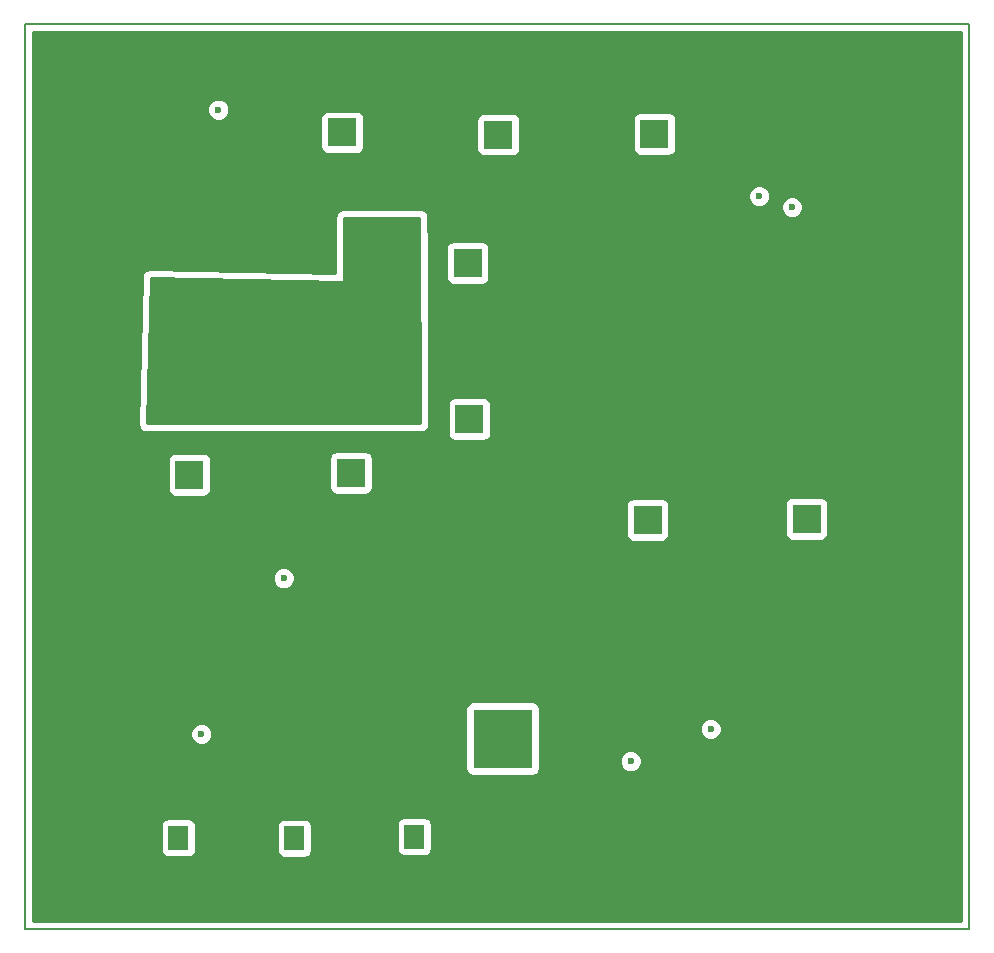
<source format=gbr>
%TF.GenerationSoftware,KiCad,Pcbnew,4.0.7*%
%TF.CreationDate,2018-04-08T16:14:44+02:00*%
%TF.ProjectId,power_board,706F7765725F626F6172642E6B696361,rev?*%
%TF.FileFunction,Copper,L2,Inr,Signal*%
%FSLAX46Y46*%
G04 Gerber Fmt 4.6, Leading zero omitted, Abs format (unit mm)*
G04 Created by KiCad (PCBNEW 4.0.7) date 04/08/18 16:14:44*
%MOMM*%
%LPD*%
G01*
G04 APERTURE LIST*
%ADD10C,0.150000*%
%ADD11C,3.100000*%
%ADD12C,0.500000*%
%ADD13R,2.400000X2.400000*%
%ADD14C,2.400000*%
%ADD15C,5.000000*%
%ADD16R,1.700000X2.000000*%
%ADD17O,1.700000X2.000000*%
%ADD18R,5.000000X5.000000*%
%ADD19C,0.600000*%
%ADD20C,0.254000*%
G04 APERTURE END LIST*
D10*
X104000000Y-119820000D02*
X184000000Y-119820000D01*
X104000000Y-43120000D02*
X184000000Y-43120000D01*
X184000000Y-43120000D02*
X184000000Y-119820000D01*
X104000000Y-43120000D02*
X104000000Y-119820000D01*
D11*
X107560000Y-116000000D03*
X108020000Y-47170000D03*
X179030000Y-113590000D03*
X179660000Y-60110000D03*
D12*
X173420000Y-59410000D03*
X173540000Y-55250000D03*
X112820000Y-46500000D03*
X114550000Y-52670000D03*
X114790000Y-48700000D03*
X153430000Y-109160000D03*
X153480000Y-106960000D03*
X147600000Y-111920000D03*
X147480000Y-110680000D03*
X123460000Y-106440000D03*
X122290000Y-106380000D03*
X123430000Y-104770000D03*
X122230000Y-104840000D03*
X164990000Y-107890000D03*
X163650000Y-107930000D03*
X165100000Y-106080000D03*
X163630000Y-106060000D03*
X159130000Y-107090000D03*
X160070000Y-109200000D03*
X167670000Y-107740000D03*
X170510000Y-106300000D03*
X170350000Y-103920000D03*
X139550000Y-98160000D03*
X135330000Y-98170000D03*
X135450000Y-94470000D03*
X139720000Y-94510000D03*
X116560000Y-103760000D03*
X116640000Y-106430000D03*
X121380000Y-109420000D03*
X119510000Y-109280000D03*
X126540000Y-108930000D03*
X125990000Y-105670000D03*
X127510000Y-104420000D03*
X130430000Y-106270000D03*
X132500000Y-109810000D03*
X132390000Y-107820000D03*
X158760000Y-112160000D03*
X158630000Y-110740000D03*
X169440000Y-112260000D03*
X169430000Y-110780000D03*
X176170000Y-89350000D03*
D13*
X157330000Y-52470000D03*
D14*
X157330000Y-47470000D03*
D13*
X141510000Y-63390000D03*
D14*
X146510000Y-63390000D03*
D13*
X170210000Y-85050000D03*
D14*
X170210000Y-80050000D03*
D13*
X156750000Y-85140000D03*
D14*
X156750000Y-80140000D03*
D13*
X141660000Y-76610000D03*
D14*
X146660000Y-76610000D03*
D13*
X144110000Y-52530000D03*
D14*
X144110000Y-47530000D03*
D13*
X130900000Y-52340000D03*
D14*
X130900000Y-47340000D03*
D13*
X117960000Y-81320000D03*
D14*
X117960000Y-86320000D03*
D13*
X131630000Y-81170000D03*
D14*
X131630000Y-86170000D03*
D15*
X171830000Y-67340000D03*
X160450000Y-67360000D03*
X154630000Y-67400000D03*
X160430000Y-73080000D03*
X165960000Y-73140000D03*
X171600000Y-73110000D03*
X166090000Y-67390000D03*
X154630000Y-73100000D03*
D16*
X126830000Y-112100000D03*
D17*
X124330000Y-112100000D03*
D16*
X117030000Y-112060000D03*
D17*
X114530000Y-112060000D03*
D16*
X136990000Y-111960000D03*
D17*
X134490000Y-111960000D03*
D18*
X123150000Y-67882000D03*
X128668172Y-73835894D03*
X128656761Y-67877405D03*
X117636267Y-67865561D03*
X123175525Y-73834743D03*
X134156761Y-67887405D03*
X134168172Y-73845894D03*
X117675525Y-73844743D03*
X144480000Y-103670000D03*
D15*
X144600000Y-97070000D03*
D18*
X134160000Y-62420000D03*
D15*
X154510000Y-61740000D03*
D19*
X122610000Y-100000000D03*
X160670000Y-91950000D03*
X176100000Y-102430000D03*
X174860000Y-102430000D03*
X155310000Y-105580000D03*
X118970000Y-103270000D03*
X125930000Y-90080000D03*
X162090000Y-102860000D03*
X168970000Y-58670000D03*
X166200000Y-57740000D03*
X120410000Y-50410000D03*
D20*
G36*
X183290000Y-119110000D02*
X104710000Y-119110000D01*
X104710000Y-111060000D01*
X115532560Y-111060000D01*
X115532560Y-113060000D01*
X115576838Y-113295317D01*
X115715910Y-113511441D01*
X115928110Y-113656431D01*
X116180000Y-113707440D01*
X117880000Y-113707440D01*
X118115317Y-113663162D01*
X118331441Y-113524090D01*
X118476431Y-113311890D01*
X118527440Y-113060000D01*
X118527440Y-111100000D01*
X125332560Y-111100000D01*
X125332560Y-113100000D01*
X125376838Y-113335317D01*
X125515910Y-113551441D01*
X125728110Y-113696431D01*
X125980000Y-113747440D01*
X127680000Y-113747440D01*
X127915317Y-113703162D01*
X128131441Y-113564090D01*
X128276431Y-113351890D01*
X128327440Y-113100000D01*
X128327440Y-111100000D01*
X128301098Y-110960000D01*
X135492560Y-110960000D01*
X135492560Y-112960000D01*
X135536838Y-113195317D01*
X135675910Y-113411441D01*
X135888110Y-113556431D01*
X136140000Y-113607440D01*
X137840000Y-113607440D01*
X138075317Y-113563162D01*
X138291441Y-113424090D01*
X138436431Y-113211890D01*
X138487440Y-112960000D01*
X138487440Y-110960000D01*
X138443162Y-110724683D01*
X138304090Y-110508559D01*
X138091890Y-110363569D01*
X137840000Y-110312560D01*
X136140000Y-110312560D01*
X135904683Y-110356838D01*
X135688559Y-110495910D01*
X135543569Y-110708110D01*
X135492560Y-110960000D01*
X128301098Y-110960000D01*
X128283162Y-110864683D01*
X128144090Y-110648559D01*
X127931890Y-110503569D01*
X127680000Y-110452560D01*
X125980000Y-110452560D01*
X125744683Y-110496838D01*
X125528559Y-110635910D01*
X125383569Y-110848110D01*
X125332560Y-111100000D01*
X118527440Y-111100000D01*
X118527440Y-111060000D01*
X118483162Y-110824683D01*
X118344090Y-110608559D01*
X118131890Y-110463569D01*
X117880000Y-110412560D01*
X116180000Y-110412560D01*
X115944683Y-110456838D01*
X115728559Y-110595910D01*
X115583569Y-110808110D01*
X115532560Y-111060000D01*
X104710000Y-111060000D01*
X104710000Y-103455167D01*
X118034838Y-103455167D01*
X118176883Y-103798943D01*
X118439673Y-104062192D01*
X118783201Y-104204838D01*
X119155167Y-104205162D01*
X119498943Y-104063117D01*
X119762192Y-103800327D01*
X119904838Y-103456799D01*
X119905162Y-103084833D01*
X119763117Y-102741057D01*
X119500327Y-102477808D01*
X119156799Y-102335162D01*
X118784833Y-102334838D01*
X118441057Y-102476883D01*
X118177808Y-102739673D01*
X118035162Y-103083201D01*
X118034838Y-103455167D01*
X104710000Y-103455167D01*
X104710000Y-101170000D01*
X141332560Y-101170000D01*
X141332560Y-106170000D01*
X141376838Y-106405317D01*
X141515910Y-106621441D01*
X141728110Y-106766431D01*
X141980000Y-106817440D01*
X146980000Y-106817440D01*
X147215317Y-106773162D01*
X147431441Y-106634090D01*
X147576431Y-106421890D01*
X147627440Y-106170000D01*
X147627440Y-105765167D01*
X154374838Y-105765167D01*
X154516883Y-106108943D01*
X154779673Y-106372192D01*
X155123201Y-106514838D01*
X155495167Y-106515162D01*
X155838943Y-106373117D01*
X156102192Y-106110327D01*
X156244838Y-105766799D01*
X156245162Y-105394833D01*
X156103117Y-105051057D01*
X155840327Y-104787808D01*
X155496799Y-104645162D01*
X155124833Y-104644838D01*
X154781057Y-104786883D01*
X154517808Y-105049673D01*
X154375162Y-105393201D01*
X154374838Y-105765167D01*
X147627440Y-105765167D01*
X147627440Y-103045167D01*
X161154838Y-103045167D01*
X161296883Y-103388943D01*
X161559673Y-103652192D01*
X161903201Y-103794838D01*
X162275167Y-103795162D01*
X162618943Y-103653117D01*
X162882192Y-103390327D01*
X163024838Y-103046799D01*
X163025162Y-102674833D01*
X162883117Y-102331057D01*
X162620327Y-102067808D01*
X162276799Y-101925162D01*
X161904833Y-101924838D01*
X161561057Y-102066883D01*
X161297808Y-102329673D01*
X161155162Y-102673201D01*
X161154838Y-103045167D01*
X147627440Y-103045167D01*
X147627440Y-101170000D01*
X147583162Y-100934683D01*
X147444090Y-100718559D01*
X147231890Y-100573569D01*
X146980000Y-100522560D01*
X141980000Y-100522560D01*
X141744683Y-100566838D01*
X141528559Y-100705910D01*
X141383569Y-100918110D01*
X141332560Y-101170000D01*
X104710000Y-101170000D01*
X104710000Y-90265167D01*
X124994838Y-90265167D01*
X125136883Y-90608943D01*
X125399673Y-90872192D01*
X125743201Y-91014838D01*
X126115167Y-91015162D01*
X126458943Y-90873117D01*
X126722192Y-90610327D01*
X126864838Y-90266799D01*
X126865162Y-89894833D01*
X126723117Y-89551057D01*
X126460327Y-89287808D01*
X126116799Y-89145162D01*
X125744833Y-89144838D01*
X125401057Y-89286883D01*
X125137808Y-89549673D01*
X124995162Y-89893201D01*
X124994838Y-90265167D01*
X104710000Y-90265167D01*
X104710000Y-83940000D01*
X154902560Y-83940000D01*
X154902560Y-86340000D01*
X154946838Y-86575317D01*
X155085910Y-86791441D01*
X155298110Y-86936431D01*
X155550000Y-86987440D01*
X157950000Y-86987440D01*
X158185317Y-86943162D01*
X158401441Y-86804090D01*
X158546431Y-86591890D01*
X158597440Y-86340000D01*
X158597440Y-83940000D01*
X158580506Y-83850000D01*
X168362560Y-83850000D01*
X168362560Y-86250000D01*
X168406838Y-86485317D01*
X168545910Y-86701441D01*
X168758110Y-86846431D01*
X169010000Y-86897440D01*
X171410000Y-86897440D01*
X171645317Y-86853162D01*
X171861441Y-86714090D01*
X172006431Y-86501890D01*
X172057440Y-86250000D01*
X172057440Y-83850000D01*
X172013162Y-83614683D01*
X171874090Y-83398559D01*
X171661890Y-83253569D01*
X171410000Y-83202560D01*
X169010000Y-83202560D01*
X168774683Y-83246838D01*
X168558559Y-83385910D01*
X168413569Y-83598110D01*
X168362560Y-83850000D01*
X158580506Y-83850000D01*
X158553162Y-83704683D01*
X158414090Y-83488559D01*
X158201890Y-83343569D01*
X157950000Y-83292560D01*
X155550000Y-83292560D01*
X155314683Y-83336838D01*
X155098559Y-83475910D01*
X154953569Y-83688110D01*
X154902560Y-83940000D01*
X104710000Y-83940000D01*
X104710000Y-80120000D01*
X116112560Y-80120000D01*
X116112560Y-82520000D01*
X116156838Y-82755317D01*
X116295910Y-82971441D01*
X116508110Y-83116431D01*
X116760000Y-83167440D01*
X119160000Y-83167440D01*
X119395317Y-83123162D01*
X119611441Y-82984090D01*
X119756431Y-82771890D01*
X119807440Y-82520000D01*
X119807440Y-80120000D01*
X119779216Y-79970000D01*
X129782560Y-79970000D01*
X129782560Y-82370000D01*
X129826838Y-82605317D01*
X129965910Y-82821441D01*
X130178110Y-82966431D01*
X130430000Y-83017440D01*
X132830000Y-83017440D01*
X133065317Y-82973162D01*
X133281441Y-82834090D01*
X133426431Y-82621890D01*
X133477440Y-82370000D01*
X133477440Y-79970000D01*
X133433162Y-79734683D01*
X133294090Y-79518559D01*
X133081890Y-79373569D01*
X132830000Y-79322560D01*
X130430000Y-79322560D01*
X130194683Y-79366838D01*
X129978559Y-79505910D01*
X129833569Y-79718110D01*
X129782560Y-79970000D01*
X119779216Y-79970000D01*
X119763162Y-79884683D01*
X119624090Y-79668559D01*
X119411890Y-79523569D01*
X119160000Y-79472560D01*
X116760000Y-79472560D01*
X116524683Y-79516838D01*
X116308559Y-79655910D01*
X116163569Y-79868110D01*
X116112560Y-80120000D01*
X104710000Y-80120000D01*
X104710000Y-77074801D01*
X113625182Y-77074801D01*
X113668526Y-77321049D01*
X113805017Y-77532962D01*
X114013200Y-77675077D01*
X114260272Y-77725000D01*
X137630272Y-77715000D01*
X137863144Y-77670651D01*
X138074572Y-77533410D01*
X138215948Y-77324725D01*
X138264995Y-77077477D01*
X138258371Y-75410000D01*
X139812560Y-75410000D01*
X139812560Y-77810000D01*
X139856838Y-78045317D01*
X139995910Y-78261441D01*
X140208110Y-78406431D01*
X140460000Y-78457440D01*
X142860000Y-78457440D01*
X143095317Y-78413162D01*
X143311441Y-78274090D01*
X143456431Y-78061890D01*
X143507440Y-77810000D01*
X143507440Y-75410000D01*
X143463162Y-75174683D01*
X143324090Y-74958559D01*
X143111890Y-74813569D01*
X142860000Y-74762560D01*
X140460000Y-74762560D01*
X140224683Y-74806838D01*
X140008559Y-74945910D01*
X139863569Y-75158110D01*
X139812560Y-75410000D01*
X138258371Y-75410000D01*
X138205851Y-62190000D01*
X139662560Y-62190000D01*
X139662560Y-64590000D01*
X139706838Y-64825317D01*
X139845910Y-65041441D01*
X140058110Y-65186431D01*
X140310000Y-65237440D01*
X142710000Y-65237440D01*
X142945317Y-65193162D01*
X143161441Y-65054090D01*
X143306431Y-64841890D01*
X143357440Y-64590000D01*
X143357440Y-62190000D01*
X143313162Y-61954683D01*
X143174090Y-61738559D01*
X142961890Y-61593569D01*
X142710000Y-61542560D01*
X140310000Y-61542560D01*
X140074683Y-61586838D01*
X139858559Y-61725910D01*
X139713569Y-61938110D01*
X139662560Y-62190000D01*
X138205851Y-62190000D01*
X138194995Y-59457477D01*
X138150159Y-59225613D01*
X138012473Y-59014474D01*
X137803490Y-58873538D01*
X137709849Y-58855167D01*
X168034838Y-58855167D01*
X168176883Y-59198943D01*
X168439673Y-59462192D01*
X168783201Y-59604838D01*
X169155167Y-59605162D01*
X169498943Y-59463117D01*
X169762192Y-59200327D01*
X169904838Y-58856799D01*
X169905162Y-58484833D01*
X169763117Y-58141057D01*
X169500327Y-57877808D01*
X169156799Y-57735162D01*
X168784833Y-57734838D01*
X168441057Y-57876883D01*
X168177808Y-58139673D01*
X168035162Y-58483201D01*
X168034838Y-58855167D01*
X137709849Y-58855167D01*
X137556140Y-58825012D01*
X130976140Y-58865012D01*
X130674220Y-58943472D01*
X130481790Y-59106284D01*
X130367865Y-59331135D01*
X130287865Y-59621135D01*
X130265043Y-59797426D01*
X130317362Y-64270740D01*
X114573936Y-63925153D01*
X114343430Y-63963072D01*
X114128255Y-64094360D01*
X113981110Y-64299019D01*
X113925182Y-64544801D01*
X113625182Y-77074801D01*
X104710000Y-77074801D01*
X104710000Y-57925167D01*
X165264838Y-57925167D01*
X165406883Y-58268943D01*
X165669673Y-58532192D01*
X166013201Y-58674838D01*
X166385167Y-58675162D01*
X166728943Y-58533117D01*
X166992192Y-58270327D01*
X167134838Y-57926799D01*
X167135162Y-57554833D01*
X166993117Y-57211057D01*
X166730327Y-56947808D01*
X166386799Y-56805162D01*
X166014833Y-56804838D01*
X165671057Y-56946883D01*
X165407808Y-57209673D01*
X165265162Y-57553201D01*
X165264838Y-57925167D01*
X104710000Y-57925167D01*
X104710000Y-50595167D01*
X119474838Y-50595167D01*
X119616883Y-50938943D01*
X119879673Y-51202192D01*
X120223201Y-51344838D01*
X120595167Y-51345162D01*
X120938943Y-51203117D01*
X121002170Y-51140000D01*
X129052560Y-51140000D01*
X129052560Y-53540000D01*
X129096838Y-53775317D01*
X129235910Y-53991441D01*
X129448110Y-54136431D01*
X129700000Y-54187440D01*
X132100000Y-54187440D01*
X132335317Y-54143162D01*
X132551441Y-54004090D01*
X132696431Y-53791890D01*
X132747440Y-53540000D01*
X132747440Y-51330000D01*
X142262560Y-51330000D01*
X142262560Y-53730000D01*
X142306838Y-53965317D01*
X142445910Y-54181441D01*
X142658110Y-54326431D01*
X142910000Y-54377440D01*
X145310000Y-54377440D01*
X145545317Y-54333162D01*
X145761441Y-54194090D01*
X145906431Y-53981890D01*
X145957440Y-53730000D01*
X145957440Y-51330000D01*
X145946151Y-51270000D01*
X155482560Y-51270000D01*
X155482560Y-53670000D01*
X155526838Y-53905317D01*
X155665910Y-54121441D01*
X155878110Y-54266431D01*
X156130000Y-54317440D01*
X158530000Y-54317440D01*
X158765317Y-54273162D01*
X158981441Y-54134090D01*
X159126431Y-53921890D01*
X159177440Y-53670000D01*
X159177440Y-51270000D01*
X159133162Y-51034683D01*
X158994090Y-50818559D01*
X158781890Y-50673569D01*
X158530000Y-50622560D01*
X156130000Y-50622560D01*
X155894683Y-50666838D01*
X155678559Y-50805910D01*
X155533569Y-51018110D01*
X155482560Y-51270000D01*
X145946151Y-51270000D01*
X145913162Y-51094683D01*
X145774090Y-50878559D01*
X145561890Y-50733569D01*
X145310000Y-50682560D01*
X142910000Y-50682560D01*
X142674683Y-50726838D01*
X142458559Y-50865910D01*
X142313569Y-51078110D01*
X142262560Y-51330000D01*
X132747440Y-51330000D01*
X132747440Y-51140000D01*
X132703162Y-50904683D01*
X132564090Y-50688559D01*
X132351890Y-50543569D01*
X132100000Y-50492560D01*
X129700000Y-50492560D01*
X129464683Y-50536838D01*
X129248559Y-50675910D01*
X129103569Y-50888110D01*
X129052560Y-51140000D01*
X121002170Y-51140000D01*
X121202192Y-50940327D01*
X121344838Y-50596799D01*
X121345162Y-50224833D01*
X121203117Y-49881057D01*
X120940327Y-49617808D01*
X120596799Y-49475162D01*
X120224833Y-49474838D01*
X119881057Y-49616883D01*
X119617808Y-49879673D01*
X119475162Y-50223201D01*
X119474838Y-50595167D01*
X104710000Y-50595167D01*
X104710000Y-43830000D01*
X183290000Y-43830000D01*
X183290000Y-119110000D01*
X183290000Y-119110000D01*
G37*
X183290000Y-119110000D02*
X104710000Y-119110000D01*
X104710000Y-111060000D01*
X115532560Y-111060000D01*
X115532560Y-113060000D01*
X115576838Y-113295317D01*
X115715910Y-113511441D01*
X115928110Y-113656431D01*
X116180000Y-113707440D01*
X117880000Y-113707440D01*
X118115317Y-113663162D01*
X118331441Y-113524090D01*
X118476431Y-113311890D01*
X118527440Y-113060000D01*
X118527440Y-111100000D01*
X125332560Y-111100000D01*
X125332560Y-113100000D01*
X125376838Y-113335317D01*
X125515910Y-113551441D01*
X125728110Y-113696431D01*
X125980000Y-113747440D01*
X127680000Y-113747440D01*
X127915317Y-113703162D01*
X128131441Y-113564090D01*
X128276431Y-113351890D01*
X128327440Y-113100000D01*
X128327440Y-111100000D01*
X128301098Y-110960000D01*
X135492560Y-110960000D01*
X135492560Y-112960000D01*
X135536838Y-113195317D01*
X135675910Y-113411441D01*
X135888110Y-113556431D01*
X136140000Y-113607440D01*
X137840000Y-113607440D01*
X138075317Y-113563162D01*
X138291441Y-113424090D01*
X138436431Y-113211890D01*
X138487440Y-112960000D01*
X138487440Y-110960000D01*
X138443162Y-110724683D01*
X138304090Y-110508559D01*
X138091890Y-110363569D01*
X137840000Y-110312560D01*
X136140000Y-110312560D01*
X135904683Y-110356838D01*
X135688559Y-110495910D01*
X135543569Y-110708110D01*
X135492560Y-110960000D01*
X128301098Y-110960000D01*
X128283162Y-110864683D01*
X128144090Y-110648559D01*
X127931890Y-110503569D01*
X127680000Y-110452560D01*
X125980000Y-110452560D01*
X125744683Y-110496838D01*
X125528559Y-110635910D01*
X125383569Y-110848110D01*
X125332560Y-111100000D01*
X118527440Y-111100000D01*
X118527440Y-111060000D01*
X118483162Y-110824683D01*
X118344090Y-110608559D01*
X118131890Y-110463569D01*
X117880000Y-110412560D01*
X116180000Y-110412560D01*
X115944683Y-110456838D01*
X115728559Y-110595910D01*
X115583569Y-110808110D01*
X115532560Y-111060000D01*
X104710000Y-111060000D01*
X104710000Y-103455167D01*
X118034838Y-103455167D01*
X118176883Y-103798943D01*
X118439673Y-104062192D01*
X118783201Y-104204838D01*
X119155167Y-104205162D01*
X119498943Y-104063117D01*
X119762192Y-103800327D01*
X119904838Y-103456799D01*
X119905162Y-103084833D01*
X119763117Y-102741057D01*
X119500327Y-102477808D01*
X119156799Y-102335162D01*
X118784833Y-102334838D01*
X118441057Y-102476883D01*
X118177808Y-102739673D01*
X118035162Y-103083201D01*
X118034838Y-103455167D01*
X104710000Y-103455167D01*
X104710000Y-101170000D01*
X141332560Y-101170000D01*
X141332560Y-106170000D01*
X141376838Y-106405317D01*
X141515910Y-106621441D01*
X141728110Y-106766431D01*
X141980000Y-106817440D01*
X146980000Y-106817440D01*
X147215317Y-106773162D01*
X147431441Y-106634090D01*
X147576431Y-106421890D01*
X147627440Y-106170000D01*
X147627440Y-105765167D01*
X154374838Y-105765167D01*
X154516883Y-106108943D01*
X154779673Y-106372192D01*
X155123201Y-106514838D01*
X155495167Y-106515162D01*
X155838943Y-106373117D01*
X156102192Y-106110327D01*
X156244838Y-105766799D01*
X156245162Y-105394833D01*
X156103117Y-105051057D01*
X155840327Y-104787808D01*
X155496799Y-104645162D01*
X155124833Y-104644838D01*
X154781057Y-104786883D01*
X154517808Y-105049673D01*
X154375162Y-105393201D01*
X154374838Y-105765167D01*
X147627440Y-105765167D01*
X147627440Y-103045167D01*
X161154838Y-103045167D01*
X161296883Y-103388943D01*
X161559673Y-103652192D01*
X161903201Y-103794838D01*
X162275167Y-103795162D01*
X162618943Y-103653117D01*
X162882192Y-103390327D01*
X163024838Y-103046799D01*
X163025162Y-102674833D01*
X162883117Y-102331057D01*
X162620327Y-102067808D01*
X162276799Y-101925162D01*
X161904833Y-101924838D01*
X161561057Y-102066883D01*
X161297808Y-102329673D01*
X161155162Y-102673201D01*
X161154838Y-103045167D01*
X147627440Y-103045167D01*
X147627440Y-101170000D01*
X147583162Y-100934683D01*
X147444090Y-100718559D01*
X147231890Y-100573569D01*
X146980000Y-100522560D01*
X141980000Y-100522560D01*
X141744683Y-100566838D01*
X141528559Y-100705910D01*
X141383569Y-100918110D01*
X141332560Y-101170000D01*
X104710000Y-101170000D01*
X104710000Y-90265167D01*
X124994838Y-90265167D01*
X125136883Y-90608943D01*
X125399673Y-90872192D01*
X125743201Y-91014838D01*
X126115167Y-91015162D01*
X126458943Y-90873117D01*
X126722192Y-90610327D01*
X126864838Y-90266799D01*
X126865162Y-89894833D01*
X126723117Y-89551057D01*
X126460327Y-89287808D01*
X126116799Y-89145162D01*
X125744833Y-89144838D01*
X125401057Y-89286883D01*
X125137808Y-89549673D01*
X124995162Y-89893201D01*
X124994838Y-90265167D01*
X104710000Y-90265167D01*
X104710000Y-83940000D01*
X154902560Y-83940000D01*
X154902560Y-86340000D01*
X154946838Y-86575317D01*
X155085910Y-86791441D01*
X155298110Y-86936431D01*
X155550000Y-86987440D01*
X157950000Y-86987440D01*
X158185317Y-86943162D01*
X158401441Y-86804090D01*
X158546431Y-86591890D01*
X158597440Y-86340000D01*
X158597440Y-83940000D01*
X158580506Y-83850000D01*
X168362560Y-83850000D01*
X168362560Y-86250000D01*
X168406838Y-86485317D01*
X168545910Y-86701441D01*
X168758110Y-86846431D01*
X169010000Y-86897440D01*
X171410000Y-86897440D01*
X171645317Y-86853162D01*
X171861441Y-86714090D01*
X172006431Y-86501890D01*
X172057440Y-86250000D01*
X172057440Y-83850000D01*
X172013162Y-83614683D01*
X171874090Y-83398559D01*
X171661890Y-83253569D01*
X171410000Y-83202560D01*
X169010000Y-83202560D01*
X168774683Y-83246838D01*
X168558559Y-83385910D01*
X168413569Y-83598110D01*
X168362560Y-83850000D01*
X158580506Y-83850000D01*
X158553162Y-83704683D01*
X158414090Y-83488559D01*
X158201890Y-83343569D01*
X157950000Y-83292560D01*
X155550000Y-83292560D01*
X155314683Y-83336838D01*
X155098559Y-83475910D01*
X154953569Y-83688110D01*
X154902560Y-83940000D01*
X104710000Y-83940000D01*
X104710000Y-80120000D01*
X116112560Y-80120000D01*
X116112560Y-82520000D01*
X116156838Y-82755317D01*
X116295910Y-82971441D01*
X116508110Y-83116431D01*
X116760000Y-83167440D01*
X119160000Y-83167440D01*
X119395317Y-83123162D01*
X119611441Y-82984090D01*
X119756431Y-82771890D01*
X119807440Y-82520000D01*
X119807440Y-80120000D01*
X119779216Y-79970000D01*
X129782560Y-79970000D01*
X129782560Y-82370000D01*
X129826838Y-82605317D01*
X129965910Y-82821441D01*
X130178110Y-82966431D01*
X130430000Y-83017440D01*
X132830000Y-83017440D01*
X133065317Y-82973162D01*
X133281441Y-82834090D01*
X133426431Y-82621890D01*
X133477440Y-82370000D01*
X133477440Y-79970000D01*
X133433162Y-79734683D01*
X133294090Y-79518559D01*
X133081890Y-79373569D01*
X132830000Y-79322560D01*
X130430000Y-79322560D01*
X130194683Y-79366838D01*
X129978559Y-79505910D01*
X129833569Y-79718110D01*
X129782560Y-79970000D01*
X119779216Y-79970000D01*
X119763162Y-79884683D01*
X119624090Y-79668559D01*
X119411890Y-79523569D01*
X119160000Y-79472560D01*
X116760000Y-79472560D01*
X116524683Y-79516838D01*
X116308559Y-79655910D01*
X116163569Y-79868110D01*
X116112560Y-80120000D01*
X104710000Y-80120000D01*
X104710000Y-77074801D01*
X113625182Y-77074801D01*
X113668526Y-77321049D01*
X113805017Y-77532962D01*
X114013200Y-77675077D01*
X114260272Y-77725000D01*
X137630272Y-77715000D01*
X137863144Y-77670651D01*
X138074572Y-77533410D01*
X138215948Y-77324725D01*
X138264995Y-77077477D01*
X138258371Y-75410000D01*
X139812560Y-75410000D01*
X139812560Y-77810000D01*
X139856838Y-78045317D01*
X139995910Y-78261441D01*
X140208110Y-78406431D01*
X140460000Y-78457440D01*
X142860000Y-78457440D01*
X143095317Y-78413162D01*
X143311441Y-78274090D01*
X143456431Y-78061890D01*
X143507440Y-77810000D01*
X143507440Y-75410000D01*
X143463162Y-75174683D01*
X143324090Y-74958559D01*
X143111890Y-74813569D01*
X142860000Y-74762560D01*
X140460000Y-74762560D01*
X140224683Y-74806838D01*
X140008559Y-74945910D01*
X139863569Y-75158110D01*
X139812560Y-75410000D01*
X138258371Y-75410000D01*
X138205851Y-62190000D01*
X139662560Y-62190000D01*
X139662560Y-64590000D01*
X139706838Y-64825317D01*
X139845910Y-65041441D01*
X140058110Y-65186431D01*
X140310000Y-65237440D01*
X142710000Y-65237440D01*
X142945317Y-65193162D01*
X143161441Y-65054090D01*
X143306431Y-64841890D01*
X143357440Y-64590000D01*
X143357440Y-62190000D01*
X143313162Y-61954683D01*
X143174090Y-61738559D01*
X142961890Y-61593569D01*
X142710000Y-61542560D01*
X140310000Y-61542560D01*
X140074683Y-61586838D01*
X139858559Y-61725910D01*
X139713569Y-61938110D01*
X139662560Y-62190000D01*
X138205851Y-62190000D01*
X138194995Y-59457477D01*
X138150159Y-59225613D01*
X138012473Y-59014474D01*
X137803490Y-58873538D01*
X137709849Y-58855167D01*
X168034838Y-58855167D01*
X168176883Y-59198943D01*
X168439673Y-59462192D01*
X168783201Y-59604838D01*
X169155167Y-59605162D01*
X169498943Y-59463117D01*
X169762192Y-59200327D01*
X169904838Y-58856799D01*
X169905162Y-58484833D01*
X169763117Y-58141057D01*
X169500327Y-57877808D01*
X169156799Y-57735162D01*
X168784833Y-57734838D01*
X168441057Y-57876883D01*
X168177808Y-58139673D01*
X168035162Y-58483201D01*
X168034838Y-58855167D01*
X137709849Y-58855167D01*
X137556140Y-58825012D01*
X130976140Y-58865012D01*
X130674220Y-58943472D01*
X130481790Y-59106284D01*
X130367865Y-59331135D01*
X130287865Y-59621135D01*
X130265043Y-59797426D01*
X130317362Y-64270740D01*
X114573936Y-63925153D01*
X114343430Y-63963072D01*
X114128255Y-64094360D01*
X113981110Y-64299019D01*
X113925182Y-64544801D01*
X113625182Y-77074801D01*
X104710000Y-77074801D01*
X104710000Y-57925167D01*
X165264838Y-57925167D01*
X165406883Y-58268943D01*
X165669673Y-58532192D01*
X166013201Y-58674838D01*
X166385167Y-58675162D01*
X166728943Y-58533117D01*
X166992192Y-58270327D01*
X167134838Y-57926799D01*
X167135162Y-57554833D01*
X166993117Y-57211057D01*
X166730327Y-56947808D01*
X166386799Y-56805162D01*
X166014833Y-56804838D01*
X165671057Y-56946883D01*
X165407808Y-57209673D01*
X165265162Y-57553201D01*
X165264838Y-57925167D01*
X104710000Y-57925167D01*
X104710000Y-50595167D01*
X119474838Y-50595167D01*
X119616883Y-50938943D01*
X119879673Y-51202192D01*
X120223201Y-51344838D01*
X120595167Y-51345162D01*
X120938943Y-51203117D01*
X121002170Y-51140000D01*
X129052560Y-51140000D01*
X129052560Y-53540000D01*
X129096838Y-53775317D01*
X129235910Y-53991441D01*
X129448110Y-54136431D01*
X129700000Y-54187440D01*
X132100000Y-54187440D01*
X132335317Y-54143162D01*
X132551441Y-54004090D01*
X132696431Y-53791890D01*
X132747440Y-53540000D01*
X132747440Y-51330000D01*
X142262560Y-51330000D01*
X142262560Y-53730000D01*
X142306838Y-53965317D01*
X142445910Y-54181441D01*
X142658110Y-54326431D01*
X142910000Y-54377440D01*
X145310000Y-54377440D01*
X145545317Y-54333162D01*
X145761441Y-54194090D01*
X145906431Y-53981890D01*
X145957440Y-53730000D01*
X145957440Y-51330000D01*
X145946151Y-51270000D01*
X155482560Y-51270000D01*
X155482560Y-53670000D01*
X155526838Y-53905317D01*
X155665910Y-54121441D01*
X155878110Y-54266431D01*
X156130000Y-54317440D01*
X158530000Y-54317440D01*
X158765317Y-54273162D01*
X158981441Y-54134090D01*
X159126431Y-53921890D01*
X159177440Y-53670000D01*
X159177440Y-51270000D01*
X159133162Y-51034683D01*
X158994090Y-50818559D01*
X158781890Y-50673569D01*
X158530000Y-50622560D01*
X156130000Y-50622560D01*
X155894683Y-50666838D01*
X155678559Y-50805910D01*
X155533569Y-51018110D01*
X155482560Y-51270000D01*
X145946151Y-51270000D01*
X145913162Y-51094683D01*
X145774090Y-50878559D01*
X145561890Y-50733569D01*
X145310000Y-50682560D01*
X142910000Y-50682560D01*
X142674683Y-50726838D01*
X142458559Y-50865910D01*
X142313569Y-51078110D01*
X142262560Y-51330000D01*
X132747440Y-51330000D01*
X132747440Y-51140000D01*
X132703162Y-50904683D01*
X132564090Y-50688559D01*
X132351890Y-50543569D01*
X132100000Y-50492560D01*
X129700000Y-50492560D01*
X129464683Y-50536838D01*
X129248559Y-50675910D01*
X129103569Y-50888110D01*
X129052560Y-51140000D01*
X121002170Y-51140000D01*
X121202192Y-50940327D01*
X121344838Y-50596799D01*
X121345162Y-50224833D01*
X121203117Y-49881057D01*
X120940327Y-49617808D01*
X120596799Y-49475162D01*
X120224833Y-49474838D01*
X119881057Y-49616883D01*
X119617808Y-49879673D01*
X119475162Y-50223201D01*
X119474838Y-50595167D01*
X104710000Y-50595167D01*
X104710000Y-43830000D01*
X183290000Y-43830000D01*
X183290000Y-119110000D01*
G36*
X137502495Y-76953055D02*
X114390079Y-76962944D01*
X114683930Y-64689751D01*
X130957213Y-65046969D01*
X131006831Y-65038050D01*
X131049069Y-65010530D01*
X131077273Y-64968744D01*
X131086991Y-64918515D01*
X131027201Y-59806467D01*
X131076871Y-59626414D01*
X137433507Y-59587772D01*
X137502495Y-76953055D01*
X137502495Y-76953055D01*
G37*
X137502495Y-76953055D02*
X114390079Y-76962944D01*
X114683930Y-64689751D01*
X130957213Y-65046969D01*
X131006831Y-65038050D01*
X131049069Y-65010530D01*
X131077273Y-64968744D01*
X131086991Y-64918515D01*
X131027201Y-59806467D01*
X131076871Y-59626414D01*
X137433507Y-59587772D01*
X137502495Y-76953055D01*
M02*

</source>
